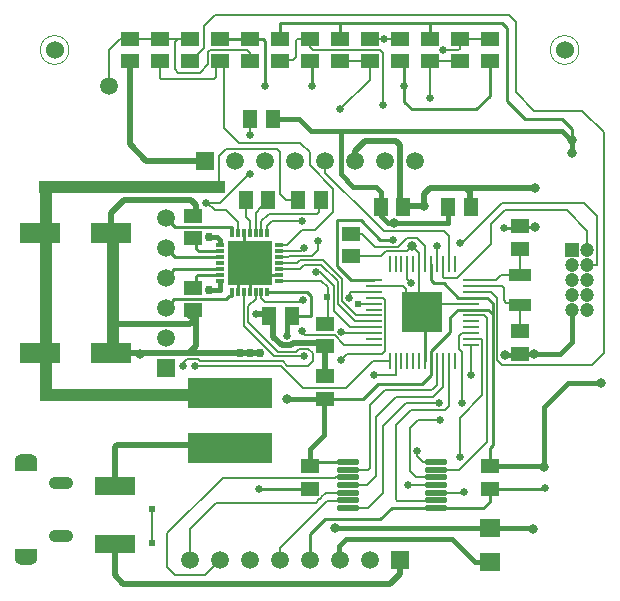
<source format=gbl>
G04*
G04 #@! TF.GenerationSoftware,Altium Limited,Altium Designer,19.1.8 (144)*
G04*
G04 Layer_Physical_Order=2*
G04 Layer_Color=16711680*
%FSLAX25Y25*%
%MOIN*%
G70*
G01*
G75*
%ADD11C,0.01000*%
%ADD18R,0.05118X0.05906*%
%ADD19R,0.05906X0.05118*%
%ADD33C,0.03200*%
%ADD37C,0.00800*%
%ADD38C,0.01500*%
%ADD39C,0.02000*%
%ADD44C,0.00050*%
%ADD45R,0.05906X0.05906*%
%ADD46C,0.05906*%
%ADD47O,0.08268X0.04134*%
%ADD48O,0.07480X0.03740*%
%ADD49R,0.04724X0.04724*%
%ADD50C,0.04724*%
%ADD51R,0.05906X0.05906*%
%ADD52C,0.06000*%
%ADD53C,0.02400*%
%ADD54C,0.02600*%
%ADD55C,0.03000*%
G04:AMPARAMS|DCode=56|XSize=17.72mil|YSize=72.84mil|CornerRadius=1.95mil|HoleSize=0mil|Usage=FLASHONLY|Rotation=90.000|XOffset=0mil|YOffset=0mil|HoleType=Round|Shape=RoundedRectangle|*
%AMROUNDEDRECTD56*
21,1,0.01772,0.06894,0,0,90.0*
21,1,0.01382,0.07284,0,0,90.0*
1,1,0.00390,0.03447,0.00691*
1,1,0.00390,0.03447,-0.00691*
1,1,0.00390,-0.03447,-0.00691*
1,1,0.00390,-0.03447,0.00691*
%
%ADD56ROUNDEDRECTD56*%
%ADD57R,0.14961X0.14961*%
%ADD58R,0.03150X0.01181*%
%ADD59R,0.01181X0.03150*%
%ADD60R,0.13800X0.13800*%
%ADD61R,0.01100X0.05800*%
%ADD62R,0.05800X0.01100*%
%ADD63R,0.27953X0.09843*%
%ADD64R,0.13386X0.07087*%
%ADD65R,0.07087X0.06299*%
%ADD66R,0.13300X0.05900*%
%ADD67R,0.07480X0.04331*%
%ADD68R,0.62000X0.04000*%
%ADD69R,0.57500X0.04000*%
%ADD70R,0.04000X0.45000*%
%ADD71R,0.04000X0.67500*%
G36*
X1723Y-184680D02*
Y-181254D01*
X9209D01*
Y-184680D01*
X1723D01*
D02*
G37*
G36*
X1727Y-155251D02*
Y-151799D01*
X9209D01*
Y-155251D01*
X1727D01*
D02*
G37*
D11*
X187551Y-44935D02*
Y-41451D01*
X90000Y-6000D02*
X110000D01*
X90000Y-11260D02*
Y-6000D01*
X85906Y-95825D02*
X99200D01*
X113873Y-91673D02*
X121300D01*
X109200Y-87000D02*
X113873Y-91673D01*
X70945Y-145055D02*
X76000D01*
X67500Y-148500D02*
X69400Y-146600D01*
X131500Y-32300D02*
Y-20900D01*
X160000Y-161240D02*
X178600D01*
X78032Y-84031D02*
Y-76157D01*
X84000Y-90500D02*
X84563Y-89937D01*
X76063D02*
X80000Y-86000D01*
X76063Y-95843D02*
Y-89937D01*
X141625Y-92825D02*
X144825D01*
X140453Y-91653D02*
X141625Y-92825D01*
X140453Y-91653D02*
Y-86300D01*
X149579Y-97579D02*
X153700D01*
X144825Y-92825D02*
X149579Y-97579D01*
X117100Y-71700D02*
X123600Y-78200D01*
X127900D01*
X100000Y-185000D02*
Y-176500D01*
X105000Y-171500D02*
X123500D01*
X100000Y-176500D02*
X105000Y-171500D01*
X123500D02*
X127323Y-167677D01*
X110386Y-152323D02*
X112835D01*
X101437D02*
X110386D01*
X100000Y-153760D02*
X101437Y-152323D01*
X84139Y-161240D02*
X100000D01*
X110000Y-151937D02*
X110386Y-152323D01*
X170240Y-74000D02*
X175000D01*
X100800Y-26900D02*
Y-19540D01*
X165700Y-32100D02*
Y-7700D01*
X171700Y-38100D02*
X184200D01*
X165700Y-32100D02*
X171700Y-38100D01*
X184200D02*
X187551Y-41451D01*
X187461Y-45025D02*
X187551Y-44935D01*
X178600Y-161240D02*
Y-161000D01*
X164900Y-74400D02*
X169360D01*
X160000Y-147725D02*
X161000Y-146725D01*
Y-103000D02*
Y-99400D01*
X159179Y-97579D02*
X161000Y-99400D01*
X153700Y-101516D02*
X159516D01*
X161000Y-103000D01*
Y-146725D02*
Y-103000D01*
X164000Y-6000D02*
X165700Y-7700D01*
X110000Y-6000D02*
X164000D01*
X109200Y-71700D02*
X117100D01*
X109200Y-87000D02*
Y-71700D01*
X131500Y-32300D02*
X134025Y-34825D01*
X98400Y-19947D02*
X99606Y-18740D01*
X100000D02*
X100700Y-19440D01*
X99606Y-18740D02*
X100000D01*
X129200Y-19540D02*
X130000Y-18740D01*
X153700Y-97579D02*
X159179D01*
X137378Y-126300D02*
X140453Y-123225D01*
X122725Y-126300D02*
X137378D01*
X117785Y-131240D02*
X122725Y-126300D01*
X110000Y-11260D02*
Y-6000D01*
X84300Y-11260D02*
X85000Y-11960D01*
Y-26925D02*
Y-11960D01*
X108050Y-131240D02*
X117785D01*
X140453Y-118700D02*
Y-115225D01*
X142053Y-113625D01*
X146900Y-109025D01*
Y-104025D01*
X149409Y-101516D01*
X153700D01*
X140000Y-11260D02*
Y-6100D01*
X94100Y-103800D02*
X100150D01*
X100300Y-103650D01*
Y-96925D01*
X99200Y-95825D02*
X100300Y-96925D01*
X140453Y-123225D02*
Y-118700D01*
X160000Y-153760D02*
Y-147725D01*
X127323Y-167677D02*
X157900D01*
X160000Y-165577D01*
Y-161240D01*
Y-30425D02*
Y-18740D01*
X155600Y-34825D02*
X160000Y-30425D01*
X134025Y-34825D02*
X155600D01*
X70000Y-11260D02*
X80000D01*
X84300D01*
X72018Y-97919D02*
X73020Y-96917D01*
X74004D01*
X74094Y-96827D01*
Y-95843D01*
X52008Y-70866D02*
X52273Y-70601D01*
X52008Y-100866D02*
X54955Y-97919D01*
X72018D01*
X138484Y-118700D02*
Y-103484D01*
X80000Y-95843D02*
Y-86000D01*
X55173Y-84031D02*
X70157D01*
X52008Y-80866D02*
X55173Y-84031D01*
X55142Y-74000D02*
X74094D01*
Y-76157D02*
Y-74000D01*
X78032Y-84031D02*
X80000Y-86000D01*
X84563Y-89937D02*
X89843D01*
X62000Y-90523D02*
X62586Y-89937D01*
X62000Y-94260D02*
Y-90523D01*
X62586Y-89937D02*
X70157D01*
X62213Y-81213D02*
X63063Y-82063D01*
X62213Y-81213D02*
Y-77954D01*
X62000Y-77740D02*
X62213Y-77954D01*
X63063Y-82063D02*
X70157D01*
X52008Y-70866D02*
X55142Y-74000D01*
X54906Y-87968D02*
X70157D01*
X52008Y-90866D02*
X54906Y-87968D01*
D18*
X86620Y-103800D02*
D03*
X94100D02*
D03*
X80260Y-38000D02*
D03*
X87740D02*
D03*
X86240Y-65000D02*
D03*
X78760D02*
D03*
X96260D02*
D03*
X103740D02*
D03*
X131240Y-67500D02*
D03*
X123760D02*
D03*
X153740D02*
D03*
X146260D02*
D03*
D19*
X120000Y-18740D02*
D03*
Y-11260D02*
D03*
X70000Y-18740D02*
D03*
Y-11260D02*
D03*
X40000Y-18740D02*
D03*
Y-11260D02*
D03*
X160000D02*
D03*
Y-18740D02*
D03*
X105000Y-113740D02*
D03*
Y-106260D02*
D03*
Y-123760D02*
D03*
Y-131240D02*
D03*
X113800Y-83740D02*
D03*
Y-76260D02*
D03*
X170000Y-73760D02*
D03*
Y-81240D02*
D03*
Y-116240D02*
D03*
Y-108760D02*
D03*
X160000Y-153760D02*
D03*
Y-161240D02*
D03*
X100000D02*
D03*
Y-153760D02*
D03*
X61000Y-101740D02*
D03*
Y-94260D02*
D03*
Y-70260D02*
D03*
Y-77740D02*
D03*
X100000Y-11260D02*
D03*
Y-18740D02*
D03*
X150000Y-11260D02*
D03*
Y-18740D02*
D03*
X130000Y-11260D02*
D03*
Y-18740D02*
D03*
X110000D02*
D03*
Y-11260D02*
D03*
X140000Y-18740D02*
D03*
Y-11260D02*
D03*
X90000Y-18740D02*
D03*
Y-11260D02*
D03*
X80000D02*
D03*
Y-18740D02*
D03*
X50000Y-11260D02*
D03*
Y-18740D02*
D03*
X60000D02*
D03*
Y-11260D02*
D03*
D33*
X92500Y-131500D02*
D03*
X108500Y-174500D02*
D03*
X43500Y-116500D02*
D03*
X175000Y-74000D02*
D03*
X138000Y-67000D02*
D03*
X134100Y-80400D02*
D03*
X175100Y-61000D02*
D03*
X197000Y-126000D02*
D03*
X178000Y-154000D02*
D03*
X174500Y-174600D02*
D03*
X187575Y-44910D02*
D03*
X187500Y-49400D02*
D03*
X174900Y-116400D02*
D03*
X165200Y-116600D02*
D03*
X128000Y-72800D02*
D03*
D37*
X105648Y-165352D02*
X112600D01*
X90086Y-180914D02*
X105648Y-165352D01*
X90086Y-184914D02*
Y-180914D01*
X103953Y-164214D02*
Y-164067D01*
X103367Y-164799D02*
X103953Y-164214D01*
X103221Y-164799D02*
X103367D01*
X105461Y-162559D02*
X112835D01*
X103953Y-164067D02*
X105461Y-162559D01*
X102020Y-166000D02*
X103221Y-164799D01*
X68725Y-166000D02*
X102020D01*
X141965Y-160000D02*
X142065Y-159900D01*
X120000Y-11260D02*
X125635D01*
X142165Y-162559D02*
X151400D01*
X47500Y-179433D02*
Y-168025D01*
X121000Y-118725D02*
X126673D01*
X112100Y-127625D02*
X121000Y-118725D01*
X110400Y-118500D02*
X112600Y-116300D01*
X57700Y-120482D02*
Y-119464D01*
X59064Y-118100D01*
X62000Y-120300D02*
X90575D01*
X61900Y-120400D02*
X62000Y-120300D01*
X59064Y-118100D02*
X62853D01*
X63533Y-118780D02*
X91035D01*
X62853Y-118100D02*
X63533Y-118780D01*
X91035D02*
X92455Y-120200D01*
X90575Y-120300D02*
X97900Y-127625D01*
X116200Y-99700D02*
X116353Y-99547D01*
X121300D01*
X106000Y-104000D02*
Y-94000D01*
X113400Y-97100D02*
Y-95610D01*
X113200Y-97300D02*
X113400Y-97100D01*
Y-95610D02*
X121300D01*
X115631Y-103484D02*
X121300D01*
X108100Y-102000D02*
Y-93700D01*
X109500Y-99825D02*
Y-92100D01*
X110900Y-98753D02*
X115631Y-103484D01*
X110900Y-98753D02*
Y-91300D01*
X113200Y-97800D02*
Y-97300D01*
X103425Y-89025D02*
X108100Y-93700D01*
Y-102000D02*
X113521Y-107421D01*
X109500Y-99825D02*
X115128Y-105453D01*
X103950Y-86550D02*
X109500Y-92100D01*
X104525Y-84925D02*
X110900Y-91300D01*
X102017Y-89025D02*
X103425D01*
X111190Y-109390D02*
X121300D01*
X110800Y-109000D02*
X111190Y-109390D01*
X110600Y-109000D02*
X110800D01*
X108325Y-110025D02*
X111627Y-113327D01*
X98600Y-110025D02*
X108325D01*
X97400Y-108825D02*
X98600Y-110025D01*
X111627Y-113327D02*
X121300D01*
X113521Y-107421D02*
X121300D01*
X140453Y-99547D02*
X153700D01*
X68900Y-19840D02*
X70000Y-18740D01*
X68900Y-23925D02*
Y-19840D01*
X68125Y-24700D02*
X68900Y-23925D01*
X150400Y-79700D02*
X164100Y-66000D01*
X142421Y-81458D02*
X143000Y-80879D01*
X100000Y-53400D02*
X107800Y-61200D01*
Y-69000D02*
Y-61200D01*
X101875Y-74925D02*
X107800Y-69000D01*
X125500Y-82100D02*
X132400D01*
X134100Y-80400D01*
X123860Y-83740D02*
X125500Y-82100D01*
X113800Y-83740D02*
X123860D01*
X129600Y-80600D02*
X132500Y-77700D01*
X121800Y-80600D02*
X129600D01*
X117460Y-76260D02*
X121800Y-80600D01*
X96900Y-84925D02*
X104525D01*
X98075Y-86550D02*
X103950D01*
X90000Y-185000D02*
X90086Y-184914D01*
X112600Y-116300D02*
X124200D01*
X125200Y-115300D02*
Y-98425D01*
X124200Y-116300D02*
X125200Y-115300D01*
X92455Y-120200D02*
X99400D01*
X101000Y-118600D01*
Y-116025D01*
X141000Y-128031D02*
X142421Y-126610D01*
Y-118700D01*
X141000Y-128031D02*
Y-128031D01*
X128900Y-130525D02*
X141275D01*
X144390Y-127410D02*
Y-118700D01*
X141275Y-130525D02*
X144390Y-127410D01*
X125000Y-128500D02*
X140531D01*
X141000Y-128031D01*
X132500Y-77700D02*
X135900D01*
X102017Y-89025D02*
Y-88883D01*
X102100Y-88800D01*
X96657Y-87968D02*
X98075Y-86550D01*
X65600Y-66000D02*
X65906D01*
X65931Y-66025D01*
X73745Y-62270D02*
X78781Y-57233D01*
X78807D01*
X79640Y-56400D01*
X80100D01*
X98000Y-117125D02*
X98050Y-117075D01*
X86300Y-69700D02*
X102300D01*
X103133Y-68867D01*
X86000Y-70000D02*
X86300Y-69700D01*
X124800Y-75400D02*
X144900D01*
X146358Y-76858D01*
X120853Y-71453D02*
X124800Y-75400D01*
X113800Y-76260D02*
X117460D01*
X100000Y-53400D02*
Y-49000D01*
X105000Y-52008D02*
X105215Y-52223D01*
Y-55881D02*
Y-52223D01*
Y-55881D02*
X120786Y-71453D01*
X97560Y-74925D02*
X101875D01*
X96900Y-45900D02*
X100000Y-49000D01*
X71500Y-41000D02*
X76400Y-45900D01*
X96900D01*
X80200Y-43300D02*
Y-38060D01*
X80260Y-38000D01*
X71500Y-41000D02*
Y-20500D01*
X190700Y-35200D02*
X198000Y-42500D01*
X194100Y-120025D02*
X198000Y-116125D01*
Y-42500D01*
X165000Y-68500D02*
X185736D01*
X160500Y-79725D02*
Y-73000D01*
X165000Y-68500D01*
X185736D02*
X192461Y-75225D01*
X191475Y-66000D02*
X195900Y-70425D01*
X164100Y-66000D02*
X191475D01*
X149225Y-91000D02*
X160500Y-79725D01*
X142500Y-80379D02*
X143000Y-80879D01*
X142421Y-86300D02*
Y-81458D01*
X146358Y-86300D02*
Y-76858D01*
X144390Y-90531D02*
Y-86300D01*
Y-90531D02*
X144858Y-91000D01*
X149225D01*
X150175Y-79475D02*
X150400Y-79700D01*
X83937Y-97762D02*
X85175Y-99000D01*
X96646D02*
X97321Y-98325D01*
X97700D01*
X85175Y-99000D02*
X96646D01*
X112835Y-160000D02*
X119000D01*
X122000Y-157000D02*
Y-137425D01*
X119000Y-160000D02*
X122000Y-157000D01*
Y-137425D02*
X128900Y-130525D01*
X128800Y-164831D02*
Y-140025D01*
X133800Y-135025D01*
X119500Y-167677D02*
X124500Y-162677D01*
Y-140225D01*
X132100Y-132625D01*
X136000Y-138500D02*
X143500D01*
X133400Y-155341D02*
Y-141100D01*
X136000Y-138500D01*
X120000Y-133500D02*
X125000Y-128500D01*
X120000Y-154413D02*
Y-133500D01*
X112835Y-154882D02*
X119531D01*
X120000Y-154413D01*
X52500Y-187500D02*
Y-176000D01*
X70975Y-157525D02*
X108384D01*
X52500Y-176000D02*
X70975Y-157525D01*
X60000Y-174725D02*
X68725Y-166000D01*
X83000Y-161621D02*
Y-161311D01*
X60000Y-185000D02*
Y-174725D01*
X65931Y-66025D02*
X68301Y-68395D01*
X75100Y-71300D02*
X75100D01*
X68301Y-68395D02*
X72195D01*
X75100Y-71300D01*
X170000Y-73760D02*
X170240Y-74000D01*
X165500Y-99200D02*
X168000D01*
X164700Y-98400D02*
X165500Y-99200D01*
X164700Y-98400D02*
Y-94200D01*
X161742Y-93642D02*
X164142D01*
X164700Y-94200D01*
X50000Y-24231D02*
Y-18740D01*
X50469Y-24700D02*
X68125D01*
X50000Y-24231D02*
X50469Y-24700D01*
X144600Y-15000D02*
X149625D01*
X150000Y-14625D01*
X140000Y-31025D02*
Y-18740D01*
X168750Y-29050D02*
X174900Y-35200D01*
X190700D01*
X168750Y-29050D02*
Y-5550D01*
X94500Y-18400D02*
X95500Y-17400D01*
Y-11728D02*
X95969Y-11260D01*
X100000D01*
X95500Y-17400D02*
Y-11728D01*
X90000Y-18740D02*
X90340Y-18400D01*
X94500D01*
X97926Y-13334D02*
X100000Y-11260D01*
X124800Y-11300D02*
X125595D01*
X125635Y-11260D01*
X133800Y-135025D02*
X145075D01*
X146358Y-133742D02*
Y-118700D01*
X145075Y-135025D02*
X146358Y-133742D01*
X128800Y-164831D02*
X129269Y-165300D01*
X141984D01*
X132900Y-160000D02*
X141965D01*
X142065Y-159900D02*
X142165Y-160000D01*
X141984Y-165300D02*
X142165Y-165118D01*
X112600Y-165352D02*
X112835Y-165118D01*
X78032Y-107132D02*
X88025Y-117125D01*
X98000D01*
X78032Y-107132D02*
Y-95843D01*
X89625Y-115625D02*
X95570D01*
X79600Y-105600D02*
Y-100225D01*
Y-105600D02*
X89625Y-115625D01*
X73745Y-62270D02*
Y-62270D01*
X65931Y-66025D02*
X69989D01*
X73745Y-62270D01*
X97137Y-82063D02*
X98100Y-81100D01*
X93200Y-83525D02*
X100900D01*
X95825Y-86000D02*
X96900Y-84925D01*
X89843Y-86000D02*
X95825D01*
X89843Y-87968D02*
X96657D01*
X100900Y-83525D02*
X102800Y-81625D01*
Y-78525D01*
X120786Y-71453D02*
X120853D01*
X170300Y-82740D02*
Y-81240D01*
X170000Y-82740D02*
X170300D01*
X103133Y-65607D02*
X103740D01*
X83787Y-67453D02*
X86240D01*
X65000Y-190000D02*
X70000Y-185000D01*
X55000Y-190000D02*
X65000D01*
X52500Y-187500D02*
X55000Y-190000D01*
X169360Y-74400D02*
X170000Y-73760D01*
X164025Y-120025D02*
X194100D01*
X162500Y-118500D02*
X164025Y-120025D01*
X162500Y-118500D02*
Y-97600D01*
X160510Y-95610D02*
X162500Y-97600D01*
X153700Y-95610D02*
X160510D01*
X159100Y-145682D02*
Y-104500D01*
X158084Y-103484D02*
X159100Y-104500D01*
X153700Y-103484D02*
X158084D01*
X120000Y-24900D02*
Y-18740D01*
X110200Y-34700D02*
X120000Y-24900D01*
X166525Y-3325D02*
X168750Y-5550D01*
X64647Y-14487D02*
Y-6978D01*
X60394Y-18740D02*
X64647Y-14487D01*
X60000Y-18740D02*
X60394D01*
X68300Y-3325D02*
X166525D01*
X55100Y-12206D02*
X56047Y-11260D01*
X55100Y-21425D02*
Y-12206D01*
Y-21425D02*
X56200Y-22525D01*
X108300Y-157441D02*
X108384Y-157525D01*
X76063Y-76157D02*
Y-72263D01*
X75100Y-71300D02*
X76063Y-72263D01*
X138484Y-86300D02*
Y-80284D01*
X135900Y-77700D02*
X138484Y-80284D01*
X134100Y-80400D02*
X136484Y-82784D01*
Y-86269D02*
Y-82784D01*
Y-86269D02*
X136516Y-86300D01*
X128642Y-123325D02*
Y-118700D01*
X121600Y-123325D02*
X128642D01*
X150000Y-11260D02*
X160000D01*
X64647Y-6978D02*
X68300Y-3325D01*
X63300Y-22525D02*
X66047Y-19778D01*
Y-15767D02*
X66689Y-15125D01*
X79100D01*
X66047Y-19778D02*
Y-15767D01*
X125635Y-11260D02*
X130000D01*
X85906Y-76157D02*
Y-73583D01*
X87363Y-72125D01*
X97400D01*
X170000Y-81240D02*
X170300D01*
X103740Y-65607D02*
Y-65000D01*
X86240Y-67453D02*
Y-65000D01*
X99600Y-114625D02*
X101000Y-116025D01*
X96570Y-114625D02*
X99600D01*
X95570Y-115625D02*
X96570Y-114625D01*
X79600Y-100225D02*
X81969Y-97856D01*
Y-95843D01*
X80000Y-18740D02*
Y-16025D01*
X79100Y-15125D02*
X80000Y-16025D01*
X56200Y-22525D02*
X63300D01*
X56047Y-11260D02*
X60000D01*
X50000D02*
X56047D01*
X33000Y-27000D02*
Y-15125D01*
X36865Y-11260D01*
X40000D01*
X50000D01*
X124600Y-33325D02*
Y-16025D01*
X123600Y-15025D02*
X124600Y-16025D01*
X101100Y-15025D02*
X123600D01*
X100000Y-13925D02*
X101100Y-15025D01*
X100000Y-13925D02*
Y-11260D01*
X150000Y-14625D02*
Y-11260D01*
X135800Y-150425D02*
Y-148725D01*
Y-150425D02*
X137698Y-152323D01*
X142165D01*
X133400Y-155341D02*
X135500Y-157441D01*
X142165D01*
X192461Y-81831D02*
Y-75225D01*
Y-86831D02*
X195900D01*
Y-70425D01*
X140000Y-18740D02*
X150000D01*
X110000D02*
X120000D01*
X108300Y-157441D02*
X112835D01*
X132579Y-91204D02*
X133900Y-92525D01*
X132579Y-91204D02*
Y-86300D01*
X124354Y-97579D02*
X125200Y-98425D01*
X121300Y-97579D02*
X124354D01*
X97900Y-127625D02*
X112100D01*
X126673Y-118725D02*
Y-118700D01*
X142165Y-154882D02*
X149900D01*
X159100Y-145682D01*
X112835Y-167677D02*
X119500D01*
X132100Y-132625D02*
X143200D01*
X150800D02*
Y-115825D01*
X149800Y-114825D02*
X150800Y-115825D01*
X149800Y-114825D02*
Y-110290D01*
X150700Y-109390D01*
X153700D01*
X150100Y-150525D02*
Y-137525D01*
X157600Y-130025D01*
Y-111358D01*
X153700D02*
X157600D01*
X83937Y-97762D02*
Y-95843D01*
X153700Y-123425D02*
Y-113327D01*
X89843Y-82063D02*
X97137D01*
X97400Y-108825D02*
Y-108725D01*
X89843Y-84031D02*
X92694D01*
X93200Y-83525D01*
X115128Y-105453D02*
X121300D01*
X89843Y-80094D02*
X92390D01*
X97560Y-74925D01*
X69700Y-60900D02*
Y-50300D01*
X72000Y-48000D01*
X89000D01*
X90000Y-49000D01*
Y-63000D02*
Y-49000D01*
Y-63000D02*
X92000Y-65000D01*
X96260D01*
X69700Y-60900D02*
X69847Y-61047D01*
X136516Y-101516D02*
Y-86300D01*
X131242Y-93642D02*
X132286Y-94686D01*
Y-97286D02*
Y-94686D01*
X121300Y-93642D02*
X131242D01*
X170000Y-108760D02*
Y-99921D01*
X153700Y-93642D02*
X161742D01*
X163721Y-90079D02*
X170000D01*
X162127Y-91673D02*
X163721Y-90079D01*
X153700Y-91673D02*
X162127D01*
X170000Y-90079D02*
Y-82740D01*
X81969Y-69272D02*
X83787Y-67453D01*
X81969Y-76157D02*
Y-69272D01*
X103906Y-91906D02*
X106000Y-94000D01*
X89843Y-91906D02*
X103906D01*
X83937Y-76157D02*
Y-72063D01*
X86000Y-70000D01*
X103133Y-68867D02*
Y-65607D01*
X80000Y-76157D02*
Y-72000D01*
X78760Y-70760D02*
X80000Y-72000D01*
X78760Y-70760D02*
Y-65000D01*
D38*
X160000Y-153760D02*
X178000D01*
X160000Y-174488D02*
X174500D01*
X92300Y-110000D02*
Y-103800D01*
X170000Y-116240D02*
X183500D01*
X59797Y-103549D02*
X61606Y-101740D01*
X169640Y-116600D02*
X170000Y-116240D01*
X183500D02*
X187461Y-112280D01*
X126055Y-72800D02*
X128000D01*
X109800Y-180300D02*
X112100Y-178000D01*
X147475D02*
X154987Y-185512D01*
X112100Y-178000D02*
X147475D01*
X104700Y-131540D02*
X104740Y-131500D01*
X105000Y-131240D01*
X93560Y-131500D02*
X104740D01*
X108500Y-174500D02*
X109000D01*
X109012Y-174488D02*
X160000D01*
X109000Y-174500D02*
X109012Y-174488D01*
X70000Y-79500D02*
Y-78221D01*
X66500Y-77500D02*
X69279D01*
X70000Y-78221D01*
X66500Y-77500D02*
X66787Y-77787D01*
X66500Y-95000D02*
X70079D01*
X100000Y-152500D02*
Y-148000D01*
X104700Y-143300D01*
Y-131540D01*
X178000Y-154000D02*
Y-153760D01*
X187575Y-49325D02*
Y-44910D01*
X187500Y-49400D02*
X187575Y-49325D01*
X114585Y-60685D02*
X122020D01*
X110400Y-56500D02*
Y-42000D01*
Y-56500D02*
X114585Y-60685D01*
X96600Y-38000D02*
X100600Y-42000D01*
X110400D01*
X183975D01*
X87740Y-38000D02*
X96600D01*
X109800Y-184100D02*
Y-180300D01*
X165200Y-116600D02*
X169640D01*
X128000Y-72800D02*
X146260D01*
X123760Y-70504D02*
X126055Y-72800D01*
X127650Y-73150D02*
X128000Y-72800D01*
X178000Y-153760D02*
Y-134000D01*
X186000Y-126000D01*
X197000D01*
X183975Y-42000D02*
X187000Y-45025D01*
X187461D01*
X122020Y-60685D02*
X123760Y-62425D01*
Y-67500D02*
Y-62425D01*
X92300Y-103800D02*
X94100D01*
X123760Y-70504D02*
Y-67500D01*
X146260Y-72800D02*
Y-67500D01*
X187461Y-112280D02*
Y-101831D01*
X154987Y-185512D02*
X160000D01*
X70079Y-95000D02*
Y-92500D01*
X62000Y-70260D02*
X63240Y-71500D01*
X62000Y-101740D02*
X62260Y-102000D01*
X61606Y-101740D02*
X62000D01*
D39*
X35900Y-146600D02*
X69400D01*
X35000Y-147500D02*
X35900Y-146600D01*
X137500Y-99547D02*
X140453D01*
X137500Y-103484D02*
X138484D01*
X136516Y-101516D02*
X137500D01*
X132286Y-102500D02*
Y-97286D01*
X87900Y-110525D02*
Y-103800D01*
X94570Y-112625D02*
X105000D01*
X62000Y-70260D02*
Y-66586D01*
X33811Y-116000D02*
X76674D01*
X59777Y-116025D02*
X59802Y-116000D01*
X44475Y-116025D02*
X44600Y-115900D01*
X80170Y-116100D02*
X83400D01*
X76940D02*
X80170D01*
X128751Y-45400D02*
X130000Y-46649D01*
X118355Y-45400D02*
X128751D01*
X115000Y-48755D02*
X118355Y-45400D01*
X69500Y-130200D02*
Y-127866D01*
X70000Y-127366D01*
X70678Y-128322D02*
X73600Y-131245D01*
X70000Y-127366D02*
X70678Y-128322D01*
X59822Y-116000D02*
X62260Y-113562D01*
X59802Y-116000D02*
X59822D01*
X44475Y-116025D02*
X59777D01*
X35000Y-160400D02*
Y-147500D01*
Y-190000D02*
Y-179600D01*
Y-190000D02*
X37900Y-192900D01*
X76840Y-116000D02*
X76940Y-116100D01*
X76674Y-116000D02*
X76840D01*
X44600Y-115900D02*
X45100D01*
X130000Y-189800D02*
Y-185000D01*
X126900Y-192900D02*
X130000Y-189800D01*
X37900Y-192900D02*
X126900Y-192900D01*
X152200Y-61000D02*
X175100D01*
X100700Y-19440D02*
X100800Y-19540D01*
X140100Y-61000D02*
X152200D01*
X138000Y-63100D02*
X140100Y-61000D01*
X138000Y-67000D02*
Y-63100D01*
X153600Y-66600D02*
Y-62400D01*
X152200Y-61000D02*
X153600Y-62400D01*
X133000Y-67000D02*
X138000D01*
X130000D02*
Y-46649D01*
X137500Y-101516D02*
Y-99547D01*
Y-102500D02*
Y-101516D01*
X35500Y-106225D02*
X60100D01*
X62260Y-104065D02*
Y-102000D01*
Y-113562D02*
Y-104065D01*
X132286Y-102500D02*
X137500D01*
Y-103484D02*
Y-102500D01*
X40000Y-46425D02*
Y-18740D01*
Y-46425D02*
X45583Y-52008D01*
X65000D01*
X105000Y-123760D02*
Y-113740D01*
X115000Y-52008D02*
Y-48755D01*
X105000Y-113740D02*
Y-112625D01*
X93770Y-113425D02*
X94570Y-112625D01*
X90800Y-113425D02*
X93770D01*
X87900Y-110525D02*
X90800Y-113425D01*
X86620Y-103800D02*
X87900D01*
X82000Y-103000D02*
X85820D01*
X86620Y-103800D01*
X35000Y-105725D02*
X35500Y-106225D01*
X60100D02*
X62260Y-104065D01*
X60414Y-65000D02*
X62000Y-66586D01*
X38000Y-65000D02*
X60414D01*
X33811Y-69189D02*
X38000Y-65000D01*
X33811Y-76000D02*
Y-69189D01*
D44*
X189800Y-15000D02*
G03*
X189800Y-15000I-4800J0D01*
G01*
D02*
G03*
X189800Y-15000I-4800J0D01*
G01*
X19800D02*
G03*
X19800Y-15000I-4800J0D01*
G01*
D02*
G03*
X19800Y-15000I-4800J0D01*
G01*
D45*
X65000Y-52008D02*
D03*
X130000Y-185000D02*
D03*
D46*
X75000Y-52008D02*
D03*
X85000D02*
D03*
X95000D02*
D03*
X105000D02*
D03*
X115000D02*
D03*
X125000D02*
D03*
X135000D02*
D03*
X52008Y-110866D02*
D03*
Y-100866D02*
D03*
Y-90866D02*
D03*
Y-80866D02*
D03*
Y-70866D02*
D03*
X120000Y-185000D02*
D03*
X110000D02*
D03*
X100000D02*
D03*
X90000D02*
D03*
X80000D02*
D03*
X70000D02*
D03*
X60000D02*
D03*
X33000Y-27000D02*
D03*
D47*
X17279Y-159483D02*
D03*
Y-177003D02*
D03*
D48*
X5469Y-151806D02*
D03*
Y-184680D02*
D03*
D49*
X187461Y-81831D02*
D03*
D50*
X192461D02*
D03*
Y-86831D02*
D03*
X187461Y-91831D02*
D03*
X192461D02*
D03*
X187461Y-96831D02*
D03*
X192461D02*
D03*
X187461Y-101831D02*
D03*
X192461D02*
D03*
X187461Y-86831D02*
D03*
D51*
X52008Y-120866D02*
D03*
D52*
X15000Y-15000D02*
D03*
X185000D02*
D03*
D53*
X47500Y-168025D02*
D03*
Y-179433D02*
D03*
X116200Y-99700D02*
D03*
X105900Y-97400D02*
D03*
D54*
X57700Y-120482D02*
D03*
X61900Y-120400D02*
D03*
X113200Y-97800D02*
D03*
X110600Y-109000D02*
D03*
X110400Y-118500D02*
D03*
X102017Y-89025D02*
D03*
X65600Y-66000D02*
D03*
X80100Y-56400D02*
D03*
X98050Y-117075D02*
D03*
X127900Y-78200D02*
D03*
X80200Y-43300D02*
D03*
X142500Y-80379D02*
D03*
X150175Y-79475D02*
D03*
X83000Y-161311D02*
D03*
X143500Y-138500D02*
D03*
X144600Y-15000D02*
D03*
X140000Y-31025D02*
D03*
X100800Y-26900D02*
D03*
X124800Y-11300D02*
D03*
X151400Y-162500D02*
D03*
X132900Y-160000D02*
D03*
X178600Y-161000D02*
D03*
X98100Y-81100D02*
D03*
X164900Y-74400D02*
D03*
X142600Y-99600D02*
D03*
X85000Y-26925D02*
D03*
X131575D02*
D03*
X110200Y-34700D02*
D03*
X97400Y-72125D02*
D03*
X92300Y-110425D02*
D03*
X124600Y-33325D02*
D03*
X135800Y-148725D02*
D03*
X133900Y-92525D02*
D03*
X143200Y-132625D02*
D03*
X150800D02*
D03*
X150100Y-150525D02*
D03*
X97700Y-98325D02*
D03*
X153700Y-123425D02*
D03*
X121600Y-123325D02*
D03*
X97400Y-108725D02*
D03*
X102800Y-78525D02*
D03*
X82000Y-103000D02*
D03*
D55*
X69600Y-126500D02*
D03*
X69500Y-130200D02*
D03*
X66500Y-77500D02*
D03*
Y-95000D02*
D03*
X80170Y-116100D02*
D03*
X83400D02*
D03*
X76840Y-116000D02*
D03*
X69700Y-60900D02*
D03*
X65500Y-61000D02*
D03*
X77000Y-90500D02*
D03*
X84000D02*
D03*
X77000Y-82000D02*
D03*
X84000Y-86000D02*
D03*
Y-82000D02*
D03*
X77000Y-86000D02*
D03*
D56*
X112835Y-167677D02*
D03*
Y-165118D02*
D03*
Y-162559D02*
D03*
Y-160000D02*
D03*
Y-157441D02*
D03*
Y-154882D02*
D03*
Y-152323D02*
D03*
X142165Y-167677D02*
D03*
Y-165118D02*
D03*
Y-162559D02*
D03*
Y-160000D02*
D03*
Y-157441D02*
D03*
Y-154882D02*
D03*
Y-152323D02*
D03*
D57*
X80000Y-86000D02*
D03*
D58*
X70157Y-80094D02*
D03*
Y-82063D02*
D03*
Y-84031D02*
D03*
Y-86000D02*
D03*
Y-87968D02*
D03*
Y-89937D02*
D03*
Y-91905D02*
D03*
X89842D02*
D03*
Y-89937D02*
D03*
Y-87968D02*
D03*
Y-86000D02*
D03*
Y-84031D02*
D03*
Y-82063D02*
D03*
Y-80094D02*
D03*
D59*
X74094Y-95842D02*
D03*
X76063D02*
D03*
X78031D02*
D03*
X80000D02*
D03*
X81968D02*
D03*
X83937D02*
D03*
X85905D02*
D03*
Y-76157D02*
D03*
X83937D02*
D03*
X81968D02*
D03*
X80000D02*
D03*
X78031D02*
D03*
X76063D02*
D03*
X74094D02*
D03*
D60*
X137500Y-102500D02*
D03*
D61*
X148327Y-86300D02*
D03*
X146358D02*
D03*
X144390D02*
D03*
X142421D02*
D03*
X140453D02*
D03*
X138484D02*
D03*
X136516D02*
D03*
X134547D02*
D03*
X132579D02*
D03*
X130610D02*
D03*
X128642D02*
D03*
X126673D02*
D03*
Y-118700D02*
D03*
X128642D02*
D03*
X130610D02*
D03*
X132579D02*
D03*
X134547D02*
D03*
X136516D02*
D03*
X138484D02*
D03*
X140453D02*
D03*
X142421D02*
D03*
X144390D02*
D03*
X146358D02*
D03*
X148327D02*
D03*
D62*
X121300Y-91673D02*
D03*
Y-93642D02*
D03*
Y-95610D02*
D03*
Y-97579D02*
D03*
Y-99547D02*
D03*
Y-101516D02*
D03*
Y-103484D02*
D03*
Y-105453D02*
D03*
Y-107421D02*
D03*
Y-109390D02*
D03*
Y-111358D02*
D03*
Y-113327D02*
D03*
X153700D02*
D03*
Y-111358D02*
D03*
Y-109390D02*
D03*
Y-107421D02*
D03*
Y-105453D02*
D03*
Y-103484D02*
D03*
Y-101516D02*
D03*
Y-99547D02*
D03*
Y-97579D02*
D03*
Y-95610D02*
D03*
Y-93642D02*
D03*
Y-91673D02*
D03*
D63*
X73600Y-147555D02*
D03*
Y-129445D02*
D03*
D64*
X10189Y-116000D02*
D03*
X33811D02*
D03*
X10189Y-76000D02*
D03*
X33811D02*
D03*
D65*
X160000Y-185512D02*
D03*
Y-174488D02*
D03*
D66*
X35000Y-179600D02*
D03*
Y-160400D02*
D03*
D67*
X170000Y-99921D02*
D03*
Y-90079D02*
D03*
D68*
X40900Y-60700D02*
D03*
D69*
X38850Y-130000D02*
D03*
D70*
X34500Y-95000D02*
D03*
D71*
X12000Y-96250D02*
D03*
M02*

</source>
